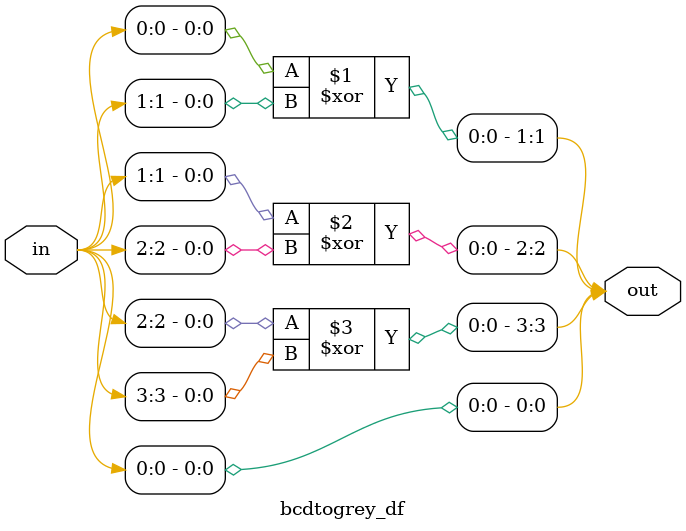
<source format=v>
module bcdtogrey_gate (in , out);
	input [0:3] in;
	output [0:3] out;
	
	buf b(out[0], in[0]);
	xor x1( out[1], in[0], in[1]);
	xor x2(out[2], in[1], in[2]);
	xor x3 (out[3], in[2], in[3]);
endmodule


module bcdtogrey_df(in , out);
	output [0:3] out;
	input [0:3] in;
	assign out[0] = in[0];
	assign out[1] = in[0] ^ in[1];
	assign out[2] = in[1] ^ in[2];
	assign out[3] = in[2] ^ in[3];
	
endmodule
</source>
